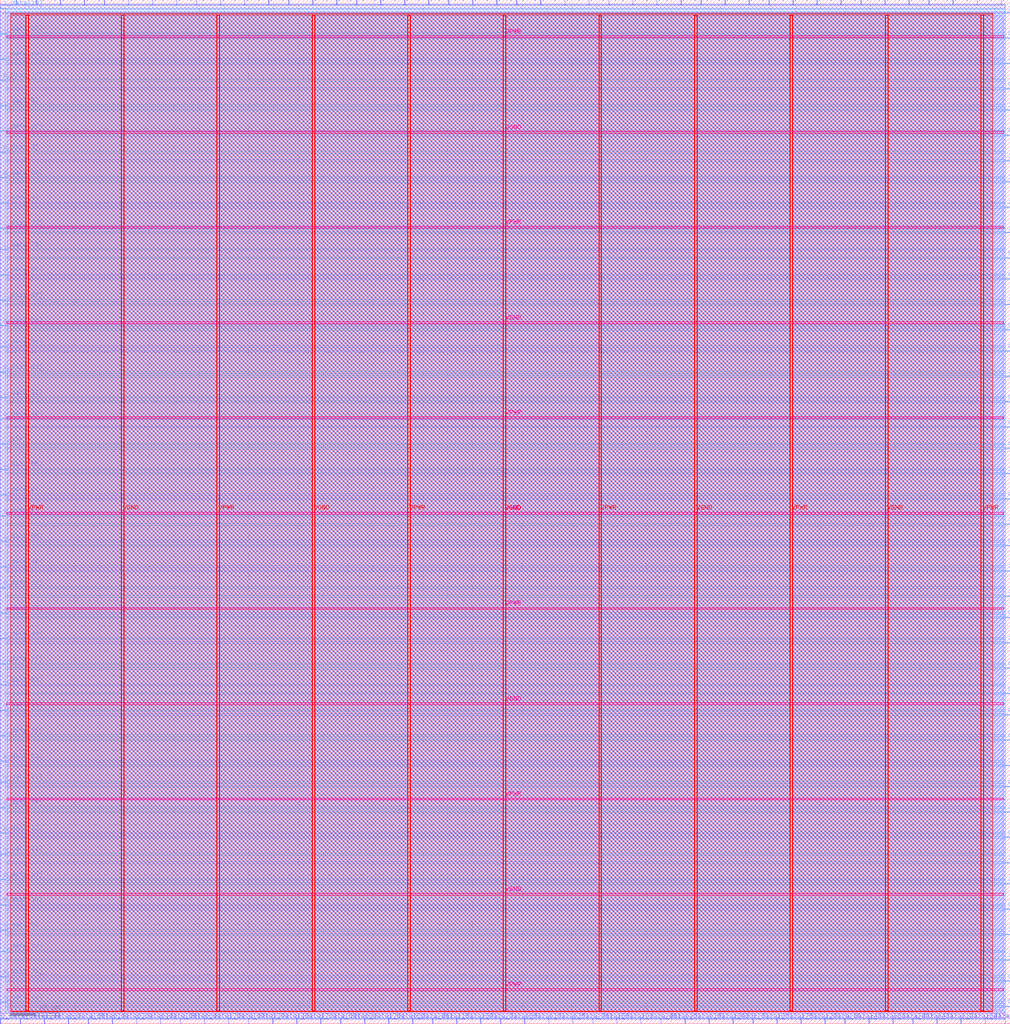
<source format=lef>
VERSION 5.7 ;
  NOWIREEXTENSIONATPIN ON ;
  DIVIDERCHAR "/" ;
  BUSBITCHARS "[]" ;
MACRO d_dffram_rst
  CLASS BLOCK ;
  FOREIGN d_dffram_rst ;
  ORIGIN 0.000 0.000 ;
  SIZE 812.505 BY 823.225 ;
  PIN VGND
    DIRECTION INOUT ;
    USE GROUND ;
    PORT
      LAYER met4 ;
        RECT 97.840 10.640 99.440 810.800 ;
    END
    PORT
      LAYER met4 ;
        RECT 251.440 10.640 253.040 810.800 ;
    END
    PORT
      LAYER met4 ;
        RECT 405.040 10.640 406.640 810.800 ;
    END
    PORT
      LAYER met4 ;
        RECT 558.640 10.640 560.240 810.800 ;
    END
    PORT
      LAYER met4 ;
        RECT 712.240 10.640 713.840 810.800 ;
    END
    PORT
      LAYER met5 ;
        RECT 5.280 103.320 807.080 104.920 ;
    END
    PORT
      LAYER met5 ;
        RECT 5.280 256.500 807.080 258.100 ;
    END
    PORT
      LAYER met5 ;
        RECT 5.280 409.680 807.080 411.280 ;
    END
    PORT
      LAYER met5 ;
        RECT 5.280 562.860 807.080 564.460 ;
    END
    PORT
      LAYER met5 ;
        RECT 5.280 716.040 807.080 717.640 ;
    END
  END VGND
  PIN VPWR
    DIRECTION INOUT ;
    USE POWER ;
    PORT
      LAYER met4 ;
        RECT 21.040 10.640 22.640 810.800 ;
    END
    PORT
      LAYER met4 ;
        RECT 174.640 10.640 176.240 810.800 ;
    END
    PORT
      LAYER met4 ;
        RECT 328.240 10.640 329.840 810.800 ;
    END
    PORT
      LAYER met4 ;
        RECT 481.840 10.640 483.440 810.800 ;
    END
    PORT
      LAYER met4 ;
        RECT 635.440 10.640 637.040 810.800 ;
    END
    PORT
      LAYER met4 ;
        RECT 789.040 10.640 790.640 810.800 ;
    END
    PORT
      LAYER met5 ;
        RECT 5.280 26.730 807.080 28.330 ;
    END
    PORT
      LAYER met5 ;
        RECT 5.280 179.910 807.080 181.510 ;
    END
    PORT
      LAYER met5 ;
        RECT 5.280 333.090 807.080 334.690 ;
    END
    PORT
      LAYER met5 ;
        RECT 5.280 486.270 807.080 487.870 ;
    END
    PORT
      LAYER met5 ;
        RECT 5.280 639.450 807.080 641.050 ;
    END
    PORT
      LAYER met5 ;
        RECT 5.280 792.630 807.080 794.230 ;
    END
  END VPWR
  PIN i_addr[0]
    DIRECTION INPUT ;
    USE SIGNAL ;
    PORT
      LAYER met2 ;
        RECT 785.770 819.225 786.050 823.225 ;
    END
  END i_addr[0]
  PIN i_addr[1]
    DIRECTION INPUT ;
    USE SIGNAL ;
    PORT
      LAYER met2 ;
        RECT 325.310 819.225 325.590 823.225 ;
    END
  END i_addr[1]
  PIN i_addr[2]
    DIRECTION INPUT ;
    USE SIGNAL ;
    PORT
      LAYER met3 ;
        RECT 808.505 112.240 812.505 112.840 ;
    END
  END i_addr[2]
  PIN i_addr[3]
    DIRECTION INPUT ;
    USE SIGNAL ;
    PORT
      LAYER met2 ;
        RECT 589.350 0.000 589.630 4.000 ;
    END
  END i_addr[3]
  PIN i_addr[4]
    DIRECTION INPUT ;
    USE SIGNAL ;
    PORT
      LAYER met3 ;
        RECT 0.000 659.640 4.000 660.240 ;
    END
  END i_addr[4]
  PIN i_addr[5]
    DIRECTION INPUT ;
    USE SIGNAL ;
    PORT
      LAYER met2 ;
        RECT 103.130 819.225 103.410 823.225 ;
    END
  END i_addr[5]
  PIN i_clk
    DIRECTION INPUT ;
    USE SIGNAL ;
    PORT
      LAYER met3 ;
        RECT 0.000 465.840 4.000 466.440 ;
    END
  END i_clk
  PIN i_data[0]
    DIRECTION INPUT ;
    USE SIGNAL ;
    PORT
      LAYER met2 ;
        RECT 495.970 0.000 496.250 4.000 ;
    END
  END i_data[0]
  PIN i_data[10]
    DIRECTION INPUT ;
    USE SIGNAL ;
    PORT
      LAYER met2 ;
        RECT 663.410 0.000 663.690 4.000 ;
    END
  END i_data[10]
  PIN i_data[11]
    DIRECTION INPUT ;
    USE SIGNAL ;
    PORT
      LAYER met2 ;
        RECT 70.930 0.000 71.210 4.000 ;
    END
  END i_data[11]
  PIN i_data[12]
    DIRECTION INPUT ;
    USE SIGNAL ;
    PORT
      LAYER met3 ;
        RECT 808.505 771.840 812.505 772.440 ;
    END
  END i_data[12]
  PIN i_data[13]
    DIRECTION INPUT ;
    USE SIGNAL ;
    PORT
      LAYER met2 ;
        RECT 528.170 819.225 528.450 823.225 ;
    END
  END i_data[13]
  PIN i_data[14]
    DIRECTION INPUT ;
    USE SIGNAL ;
    PORT
      LAYER met2 ;
        RECT 489.530 819.225 489.810 823.225 ;
    END
  END i_data[14]
  PIN i_data[15]
    DIRECTION INPUT ;
    USE SIGNAL ;
    PORT
      LAYER met2 ;
        RECT 347.850 0.000 348.130 4.000 ;
    END
  END i_data[15]
  PIN i_data[16]
    DIRECTION INPUT ;
    USE SIGNAL ;
    PORT
      LAYER met2 ;
        RECT 380.050 819.225 380.330 823.225 ;
    END
  END i_data[16]
  PIN i_data[17]
    DIRECTION INPUT ;
    USE SIGNAL ;
    PORT
      LAYER met2 ;
        RECT 183.630 0.000 183.910 4.000 ;
    END
  END i_data[17]
  PIN i_data[18]
    DIRECTION INPUT ;
    USE SIGNAL ;
    PORT
      LAYER met2 ;
        RECT 67.710 819.225 67.990 823.225 ;
    END
  END i_data[18]
  PIN i_data[19]
    DIRECTION INPUT ;
    USE SIGNAL ;
    PORT
      LAYER met3 ;
        RECT 0.000 816.040 4.000 816.640 ;
    END
  END i_data[19]
  PIN i_data[1]
    DIRECTION INPUT ;
    USE SIGNAL ;
    PORT
      LAYER met2 ;
        RECT 473.430 819.225 473.710 823.225 ;
    END
  END i_data[1]
  PIN i_data[20]
    DIRECTION INPUT ;
    USE SIGNAL ;
    PORT
      LAYER met3 ;
        RECT 808.505 129.240 812.505 129.840 ;
    END
  END i_data[20]
  PIN i_data[21]
    DIRECTION INPUT ;
    USE SIGNAL ;
    PORT
      LAYER met2 ;
        RECT 177.190 819.225 177.470 823.225 ;
    END
  END i_data[21]
  PIN i_data[22]
    DIRECTION INPUT ;
    USE SIGNAL ;
    PORT
      LAYER met2 ;
        RECT 360.730 819.225 361.010 823.225 ;
    END
  END i_data[22]
  PIN i_data[23]
    DIRECTION INPUT ;
    USE SIGNAL ;
    PORT
      LAYER met3 ;
        RECT 808.505 363.840 812.505 364.440 ;
    END
  END i_data[23]
  PIN i_data[24]
    DIRECTION INPUT ;
    USE SIGNAL ;
    PORT
      LAYER met2 ;
        RECT 196.510 819.225 196.790 823.225 ;
    END
  END i_data[24]
  PIN i_data[25]
    DIRECTION INPUT ;
    USE SIGNAL ;
    PORT
      LAYER met3 ;
        RECT 808.505 734.440 812.505 735.040 ;
    END
  END i_data[25]
  PIN i_data[26]
    DIRECTION INPUT ;
    USE SIGNAL ;
    PORT
      LAYER met3 ;
        RECT 808.505 71.440 812.505 72.040 ;
    END
  END i_data[26]
  PIN i_data[27]
    DIRECTION INPUT ;
    USE SIGNAL ;
    PORT
      LAYER met2 ;
        RECT 618.330 819.225 618.610 823.225 ;
    END
  END i_data[27]
  PIN i_data[28]
    DIRECTION INPUT ;
    USE SIGNAL ;
    PORT
      LAYER met3 ;
        RECT 808.505 51.040 812.505 51.640 ;
    END
  END i_data[28]
  PIN i_data[29]
    DIRECTION INPUT ;
    USE SIGNAL ;
    PORT
      LAYER met2 ;
        RECT 644.090 0.000 644.370 4.000 ;
    END
  END i_data[29]
  PIN i_data[2]
    DIRECTION INPUT ;
    USE SIGNAL ;
    PORT
      LAYER met3 ;
        RECT 0.000 425.040 4.000 425.640 ;
    END
  END i_data[2]
  PIN i_data[30]
    DIRECTION INPUT ;
    USE SIGNAL ;
    PORT
      LAYER met2 ;
        RECT 48.390 819.225 48.670 823.225 ;
    END
  END i_data[30]
  PIN i_data[31]
    DIRECTION INPUT ;
    USE SIGNAL ;
    PORT
      LAYER met3 ;
        RECT 0.000 503.240 4.000 503.840 ;
    END
  END i_data[31]
  PIN i_data[32]
    DIRECTION INPUT ;
    USE SIGNAL ;
    PORT
      LAYER met3 ;
        RECT 808.505 693.640 812.505 694.240 ;
    END
  END i_data[32]
  PIN i_data[33]
    DIRECTION INPUT ;
    USE SIGNAL ;
    PORT
      LAYER met2 ;
        RECT 257.690 0.000 257.970 4.000 ;
    END
  END i_data[33]
  PIN i_data[34]
    DIRECTION INPUT ;
    USE SIGNAL ;
    PORT
      LAYER met2 ;
        RECT 157.870 819.225 158.150 823.225 ;
    END
  END i_data[34]
  PIN i_data[35]
    DIRECTION INPUT ;
    USE SIGNAL ;
    PORT
      LAYER met3 ;
        RECT 0.000 289.040 4.000 289.640 ;
    END
  END i_data[35]
  PIN i_data[36]
    DIRECTION INPUT ;
    USE SIGNAL ;
    PORT
      LAYER met2 ;
        RECT 731.030 819.225 731.310 823.225 ;
    END
  END i_data[36]
  PIN i_data[37]
    DIRECTION INPUT ;
    USE SIGNAL ;
    PORT
      LAYER met2 ;
        RECT 29.070 819.225 29.350 823.225 ;
    END
  END i_data[37]
  PIN i_data[38]
    DIRECTION INPUT ;
    USE SIGNAL ;
    PORT
      LAYER met2 ;
        RECT 251.250 819.225 251.530 823.225 ;
    END
  END i_data[38]
  PIN i_data[39]
    DIRECTION INPUT ;
    USE SIGNAL ;
    PORT
      LAYER met3 ;
        RECT 808.505 656.240 812.505 656.840 ;
    END
  END i_data[39]
  PIN i_data[3]
    DIRECTION INPUT ;
    USE SIGNAL ;
    PORT
      LAYER met3 ;
        RECT 808.505 520.240 812.505 520.840 ;
    END
  END i_data[3]
  PIN i_data[40]
    DIRECTION INPUT ;
    USE SIGNAL ;
    PORT
      LAYER met3 ;
        RECT 808.505 343.440 812.505 344.040 ;
    END
  END i_data[40]
  PIN i_data[41]
    DIRECTION INPUT ;
    USE SIGNAL ;
    PORT
      LAYER met2 ;
        RECT 656.970 819.225 657.250 823.225 ;
    END
  END i_data[41]
  PIN i_data[42]
    DIRECTION INPUT ;
    USE SIGNAL ;
    PORT
      LAYER met3 ;
        RECT 0.000 367.240 4.000 367.840 ;
    END
  END i_data[42]
  PIN i_data[43]
    DIRECTION INPUT ;
    USE SIGNAL ;
    PORT
      LAYER met2 ;
        RECT 219.050 0.000 219.330 4.000 ;
    END
  END i_data[43]
  PIN i_data[44]
    DIRECTION INPUT ;
    USE SIGNAL ;
    PORT
      LAYER met2 ;
        RECT 808.310 0.000 808.590 4.000 ;
    END
  END i_data[44]
  PIN i_data[45]
    DIRECTION INPUT ;
    USE SIGNAL ;
    PORT
      LAYER met3 ;
        RECT 808.505 635.840 812.505 636.440 ;
    END
  END i_data[45]
  PIN i_data[46]
    DIRECTION INPUT ;
    USE SIGNAL ;
    PORT
      LAYER met2 ;
        RECT 515.290 0.000 515.570 4.000 ;
    END
  END i_data[46]
  PIN i_data[47]
    DIRECTION INPUT ;
    USE SIGNAL ;
    PORT
      LAYER met2 ;
        RECT 734.250 0.000 734.530 4.000 ;
    END
  END i_data[47]
  PIN i_data[48]
    DIRECTION INPUT ;
    USE SIGNAL ;
    PORT
      LAYER met3 ;
        RECT 808.505 442.040 812.505 442.640 ;
    END
  END i_data[48]
  PIN i_data[49]
    DIRECTION INPUT ;
    USE SIGNAL ;
    PORT
      LAYER met2 ;
        RECT 766.450 819.225 766.730 823.225 ;
    END
  END i_data[49]
  PIN i_data[4]
    DIRECTION INPUT ;
    USE SIGNAL ;
    PORT
      LAYER met2 ;
        RECT 344.630 819.225 344.910 823.225 ;
    END
  END i_data[4]
  PIN i_data[50]
    DIRECTION INPUT ;
    USE SIGNAL ;
    PORT
      LAYER met3 ;
        RECT 808.505 401.240 812.505 401.840 ;
    END
  END i_data[50]
  PIN i_data[51]
    DIRECTION INPUT ;
    USE SIGNAL ;
    PORT
      LAYER met2 ;
        RECT 747.130 819.225 747.410 823.225 ;
    END
  END i_data[51]
  PIN i_data[52]
    DIRECTION INPUT ;
    USE SIGNAL ;
    PORT
      LAYER met2 ;
        RECT 312.430 0.000 312.710 4.000 ;
    END
  END i_data[52]
  PIN i_data[53]
    DIRECTION INPUT ;
    USE SIGNAL ;
    PORT
      LAYER met3 ;
        RECT 808.505 170.040 812.505 170.640 ;
    END
  END i_data[53]
  PIN i_data[54]
    DIRECTION INPUT ;
    USE SIGNAL ;
    PORT
      LAYER met3 ;
        RECT 0.000 272.040 4.000 272.640 ;
    END
  END i_data[54]
  PIN i_data[55]
    DIRECTION INPUT ;
    USE SIGNAL ;
    PORT
      LAYER met3 ;
        RECT 0.000 387.640 4.000 388.240 ;
    END
  END i_data[55]
  PIN i_data[56]
    DIRECTION INPUT ;
    USE SIGNAL ;
    PORT
      LAYER met2 ;
        RECT 711.710 819.225 711.990 823.225 ;
    END
  END i_data[56]
  PIN i_data[57]
    DIRECTION INPUT ;
    USE SIGNAL ;
    PORT
      LAYER met3 ;
        RECT 808.505 812.640 812.505 813.240 ;
    END
  END i_data[57]
  PIN i_data[58]
    DIRECTION INPUT ;
    USE SIGNAL ;
    PORT
      LAYER met2 ;
        RECT 305.990 819.225 306.270 823.225 ;
    END
  END i_data[58]
  PIN i_data[59]
    DIRECTION INPUT ;
    USE SIGNAL ;
    PORT
      LAYER met2 ;
        RECT 367.170 0.000 367.450 4.000 ;
    END
  END i_data[59]
  PIN i_data[5]
    DIRECTION INPUT ;
    USE SIGNAL ;
    PORT
      LAYER met2 ;
        RECT 508.850 819.225 509.130 823.225 ;
    END
  END i_data[5]
  PIN i_data[60]
    DIRECTION INPUT ;
    USE SIGNAL ;
    PORT
      LAYER met2 ;
        RECT 83.810 819.225 84.090 823.225 ;
    END
  END i_data[60]
  PIN i_data[61]
    DIRECTION INPUT ;
    USE SIGNAL ;
    PORT
      LAYER met2 ;
        RECT 698.830 0.000 699.110 4.000 ;
    END
  END i_data[61]
  PIN i_data[62]
    DIRECTION INPUT ;
    USE SIGNAL ;
    PORT
      LAYER met3 ;
        RECT 0.000 795.640 4.000 796.240 ;
    END
  END i_data[62]
  PIN i_data[63]
    DIRECTION INPUT ;
    USE SIGNAL ;
    PORT
      LAYER met3 ;
        RECT 0.000 717.440 4.000 718.040 ;
    END
  END i_data[63]
  PIN i_data[64]
    DIRECTION INPUT ;
    USE SIGNAL ;
    PORT
      LAYER met3 ;
        RECT 0.000 581.440 4.000 582.040 ;
    END
  END i_data[64]
  PIN i_data[65]
    DIRECTION INPUT ;
    USE SIGNAL ;
    PORT
      LAYER met2 ;
        RECT 692.390 819.225 692.670 823.225 ;
    END
  END i_data[65]
  PIN i_data[66]
    DIRECTION INPUT ;
    USE SIGNAL ;
    PORT
      LAYER met3 ;
        RECT 0.000 445.440 4.000 446.040 ;
    END
  END i_data[66]
  PIN i_data[67]
    DIRECTION INPUT ;
    USE SIGNAL ;
    PORT
      LAYER met3 ;
        RECT 808.505 207.440 812.505 208.040 ;
    END
  END i_data[67]
  PIN i_data[68]
    DIRECTION INPUT ;
    USE SIGNAL ;
    PORT
      LAYER met3 ;
        RECT 808.505 306.040 812.505 306.640 ;
    END
  END i_data[68]
  PIN i_data[69]
    DIRECTION INPUT ;
    USE SIGNAL ;
    PORT
      LAYER met3 ;
        RECT 0.000 775.240 4.000 775.840 ;
    END
  END i_data[69]
  PIN i_data[6]
    DIRECTION INPUT ;
    USE SIGNAL ;
    PORT
      LAYER met2 ;
        RECT 35.510 0.000 35.790 4.000 ;
    END
  END i_data[6]
  PIN i_data[70]
    DIRECTION INPUT ;
    USE SIGNAL ;
    PORT
      LAYER met2 ;
        RECT 238.370 0.000 238.650 4.000 ;
    END
  END i_data[70]
  PIN i_data[71]
    DIRECTION INPUT ;
    USE SIGNAL ;
    PORT
      LAYER met2 ;
        RECT 792.210 0.000 792.490 4.000 ;
    END
  END i_data[71]
  PIN i_data[72]
    DIRECTION INPUT ;
    USE SIGNAL ;
    PORT
      LAYER met3 ;
        RECT 0.000 639.240 4.000 639.840 ;
    END
  END i_data[72]
  PIN i_data[73]
    DIRECTION INPUT ;
    USE SIGNAL ;
    PORT
      LAYER met3 ;
        RECT 0.000 231.240 4.000 231.840 ;
    END
  END i_data[73]
  PIN i_data[74]
    DIRECTION INPUT ;
    USE SIGNAL ;
    PORT
      LAYER met3 ;
        RECT 0.000 329.840 4.000 330.440 ;
    END
  END i_data[74]
  PIN i_data[75]
    DIRECTION INPUT ;
    USE SIGNAL ;
    PORT
      LAYER met2 ;
        RECT 624.770 0.000 625.050 4.000 ;
    END
  END i_data[75]
  PIN i_data[76]
    DIRECTION INPUT ;
    USE SIGNAL ;
    PORT
      LAYER met3 ;
        RECT 0.000 57.840 4.000 58.440 ;
    END
  END i_data[76]
  PIN i_data[77]
    DIRECTION INPUT ;
    USE SIGNAL ;
    PORT
      LAYER met2 ;
        RECT 231.930 819.225 232.210 823.225 ;
    END
  END i_data[77]
  PIN i_data[78]
    DIRECTION INPUT ;
    USE SIGNAL ;
    PORT
      LAYER met2 ;
        RECT 286.670 819.225 286.950 823.225 ;
    END
  END i_data[78]
  PIN i_data[79]
    DIRECTION INPUT ;
    USE SIGNAL ;
    PORT
      LAYER met3 ;
        RECT 0.000 622.240 4.000 622.840 ;
    END
  END i_data[79]
  PIN i_data[7]
    DIRECTION INPUT ;
    USE SIGNAL ;
    PORT
      LAYER met2 ;
        RECT 386.490 0.000 386.770 4.000 ;
    END
  END i_data[7]
  PIN i_data[80]
    DIRECTION INPUT ;
    USE SIGNAL ;
    PORT
      LAYER met2 ;
        RECT 605.450 0.000 605.730 4.000 ;
    END
  END i_data[80]
  PIN i_data[81]
    DIRECTION INPUT ;
    USE SIGNAL ;
    PORT
      LAYER met3 ;
        RECT 808.505 676.640 812.505 677.240 ;
    END
  END i_data[81]
  PIN i_data[8]
    DIRECTION INPUT ;
    USE SIGNAL ;
    PORT
      LAYER met2 ;
        RECT 273.790 0.000 274.070 4.000 ;
    END
  END i_data[8]
  PIN i_data[9]
    DIRECTION INPUT ;
    USE SIGNAL ;
    PORT
      LAYER met3 ;
        RECT 0.000 737.840 4.000 738.440 ;
    END
  END i_data[9]
  PIN i_rst
    DIRECTION INPUT ;
    USE SIGNAL ;
    PORT
      LAYER met3 ;
        RECT 808.505 578.040 812.505 578.640 ;
    END
  END i_rst
  PIN i_we
    DIRECTION INPUT ;
    USE SIGNAL ;
    PORT
      LAYER met2 ;
        RECT 215.830 819.225 216.110 823.225 ;
    END
  END i_we
  PIN o_data[0]
    DIRECTION OUTPUT TRISTATE ;
    USE SIGNAL ;
    PORT
      LAYER met3 ;
        RECT 808.505 227.840 812.505 228.440 ;
    END
  END o_data[0]
  PIN o_data[10]
    DIRECTION OUTPUT TRISTATE ;
    USE SIGNAL ;
    PORT
      LAYER met3 ;
        RECT 0.000 95.240 4.000 95.840 ;
    END
  END o_data[10]
  PIN o_data[11]
    DIRECTION OUTPUT TRISTATE ;
    USE SIGNAL ;
    PORT
      LAYER met3 ;
        RECT 0.000 17.040 4.000 17.640 ;
    END
  END o_data[11]
  PIN o_data[12]
    DIRECTION OUTPUT TRISTATE ;
    USE SIGNAL ;
    PORT
      LAYER met2 ;
        RECT 753.570 0.000 753.850 4.000 ;
    END
  END o_data[12]
  PIN o_data[13]
    DIRECTION OUTPUT TRISTATE ;
    USE SIGNAL ;
    PORT
      LAYER met2 ;
        RECT 421.910 0.000 422.190 4.000 ;
    END
  END o_data[13]
  PIN o_data[14]
    DIRECTION OUTPUT TRISTATE ;
    USE SIGNAL ;
    PORT
      LAYER met3 ;
        RECT 808.505 421.640 812.505 422.240 ;
    END
  END o_data[14]
  PIN o_data[15]
    DIRECTION OUTPUT TRISTATE ;
    USE SIGNAL ;
    PORT
      LAYER met3 ;
        RECT 0.000 350.240 4.000 350.840 ;
    END
  END o_data[15]
  PIN o_data[16]
    DIRECTION OUTPUT TRISTATE ;
    USE SIGNAL ;
    PORT
      LAYER met3 ;
        RECT 0.000 251.640 4.000 252.240 ;
    END
  END o_data[16]
  PIN o_data[17]
    DIRECTION OUTPUT TRISTATE ;
    USE SIGNAL ;
    PORT
      LAYER met2 ;
        RECT 434.790 819.225 435.070 823.225 ;
    END
  END o_data[17]
  PIN o_data[18]
    DIRECTION OUTPUT TRISTATE ;
    USE SIGNAL ;
    PORT
      LAYER met2 ;
        RECT 550.710 0.000 550.990 4.000 ;
    END
  END o_data[18]
  PIN o_data[19]
    DIRECTION OUTPUT TRISTATE ;
    USE SIGNAL ;
    PORT
      LAYER met3 ;
        RECT 0.000 758.240 4.000 758.840 ;
    END
  END o_data[19]
  PIN o_data[1]
    DIRECTION OUTPUT TRISTATE ;
    USE SIGNAL ;
    PORT
      LAYER met3 ;
        RECT 808.505 751.440 812.505 752.040 ;
    END
  END o_data[1]
  PIN o_data[20]
    DIRECTION OUTPUT TRISTATE ;
    USE SIGNAL ;
    PORT
      LAYER met3 ;
        RECT 808.505 265.240 812.505 265.840 ;
    END
  END o_data[20]
  PIN o_data[21]
    DIRECTION OUTPUT TRISTATE ;
    USE SIGNAL ;
    PORT
      LAYER met2 ;
        RECT 454.110 819.225 454.390 823.225 ;
    END
  END o_data[21]
  PIN o_data[22]
    DIRECTION OUTPUT TRISTATE ;
    USE SIGNAL ;
    PORT
      LAYER met3 ;
        RECT 0.000 153.040 4.000 153.640 ;
    END
  END o_data[22]
  PIN o_data[23]
    DIRECTION OUTPUT TRISTATE ;
    USE SIGNAL ;
    PORT
      LAYER met2 ;
        RECT 547.490 819.225 547.770 823.225 ;
    END
  END o_data[23]
  PIN o_data[24]
    DIRECTION OUTPUT TRISTATE ;
    USE SIGNAL ;
    PORT
      LAYER met2 ;
        RECT 16.190 0.000 16.470 4.000 ;
    END
  END o_data[24]
  PIN o_data[25]
    DIRECTION OUTPUT TRISTATE ;
    USE SIGNAL ;
    PORT
      LAYER met2 ;
        RECT 128.890 0.000 129.170 4.000 ;
    END
  END o_data[25]
  PIN o_data[26]
    DIRECTION OUTPUT TRISTATE ;
    USE SIGNAL ;
    PORT
      LAYER met3 ;
        RECT 808.505 91.840 812.505 92.440 ;
    END
  END o_data[26]
  PIN o_data[27]
    DIRECTION OUTPUT TRISTATE ;
    USE SIGNAL ;
    PORT
      LAYER met3 ;
        RECT 0.000 115.640 4.000 116.240 ;
    END
  END o_data[27]
  PIN o_data[28]
    DIRECTION OUTPUT TRISTATE ;
    USE SIGNAL ;
    PORT
      LAYER met3 ;
        RECT 808.505 615.440 812.505 616.040 ;
    END
  END o_data[28]
  PIN o_data[29]
    DIRECTION OUTPUT TRISTATE ;
    USE SIGNAL ;
    PORT
      LAYER met3 ;
        RECT 808.505 462.440 812.505 463.040 ;
    END
  END o_data[29]
  PIN o_data[2]
    DIRECTION OUTPUT TRISTATE ;
    USE SIGNAL ;
    PORT
      LAYER met2 ;
        RECT 602.230 819.225 602.510 823.225 ;
    END
  END o_data[2]
  PIN o_data[30]
    DIRECTION OUTPUT TRISTATE ;
    USE SIGNAL ;
    PORT
      LAYER met2 ;
        RECT 90.250 0.000 90.530 4.000 ;
    END
  END o_data[30]
  PIN o_data[31]
    DIRECTION OUTPUT TRISTATE ;
    USE SIGNAL ;
    PORT
      LAYER met3 ;
        RECT 808.505 190.440 812.505 191.040 ;
    END
  END o_data[31]
  PIN o_data[32]
    DIRECTION OUTPUT TRISTATE ;
    USE SIGNAL ;
    PORT
      LAYER met3 ;
        RECT 808.505 479.440 812.505 480.040 ;
    END
  END o_data[32]
  PIN o_data[33]
    DIRECTION OUTPUT TRISTATE ;
    USE SIGNAL ;
    PORT
      LAYER met2 ;
        RECT 270.570 819.225 270.850 823.225 ;
    END
  END o_data[33]
  PIN o_data[34]
    DIRECTION OUTPUT TRISTATE ;
    USE SIGNAL ;
    PORT
      LAYER met3 ;
        RECT 808.505 326.440 812.505 327.040 ;
    END
  END o_data[34]
  PIN o_data[35]
    DIRECTION OUTPUT TRISTATE ;
    USE SIGNAL ;
    PORT
      LAYER met3 ;
        RECT 808.505 13.640 812.505 14.240 ;
    END
  END o_data[35]
  PIN o_data[36]
    DIRECTION OUTPUT TRISTATE ;
    USE SIGNAL ;
    PORT
      LAYER met2 ;
        RECT 441.230 0.000 441.510 4.000 ;
    END
  END o_data[36]
  PIN o_data[37]
    DIRECTION OUTPUT TRISTATE ;
    USE SIGNAL ;
    PORT
      LAYER met3 ;
        RECT 808.505 598.440 812.505 599.040 ;
    END
  END o_data[37]
  PIN o_data[38]
    DIRECTION OUTPUT TRISTATE ;
    USE SIGNAL ;
    PORT
      LAYER met2 ;
        RECT 637.650 819.225 637.930 823.225 ;
    END
  END o_data[38]
  PIN o_data[39]
    DIRECTION OUTPUT TRISTATE ;
    USE SIGNAL ;
    PORT
      LAYER met2 ;
        RECT 199.730 0.000 200.010 4.000 ;
    END
  END o_data[39]
  PIN o_data[3]
    DIRECTION OUTPUT TRISTATE ;
    USE SIGNAL ;
    PORT
      LAYER met3 ;
        RECT 808.505 248.240 812.505 248.840 ;
    END
  END o_data[3]
  PIN o_data[40]
    DIRECTION OUTPUT TRISTATE ;
    USE SIGNAL ;
    PORT
      LAYER met2 ;
        RECT 531.390 0.000 531.670 4.000 ;
    END
  END o_data[40]
  PIN o_data[41]
    DIRECTION OUTPUT TRISTATE ;
    USE SIGNAL ;
    PORT
      LAYER met3 ;
        RECT 808.505 34.040 812.505 34.640 ;
    END
  END o_data[41]
  PIN o_data[42]
    DIRECTION OUTPUT TRISTATE ;
    USE SIGNAL ;
    PORT
      LAYER met3 ;
        RECT 0.000 486.240 4.000 486.840 ;
    END
  END o_data[42]
  PIN o_data[43]
    DIRECTION OUTPUT TRISTATE ;
    USE SIGNAL ;
    PORT
      LAYER met2 ;
        RECT 679.510 0.000 679.790 4.000 ;
    END
  END o_data[43]
  PIN o_data[44]
    DIRECTION OUTPUT TRISTATE ;
    USE SIGNAL ;
    PORT
      LAYER met2 ;
        RECT 109.570 0.000 109.850 4.000 ;
    END
  END o_data[44]
  PIN o_data[45]
    DIRECTION OUTPUT TRISTATE ;
    USE SIGNAL ;
    PORT
      LAYER met2 ;
        RECT 331.750 0.000 332.030 4.000 ;
    END
  END o_data[45]
  PIN o_data[46]
    DIRECTION OUTPUT TRISTATE ;
    USE SIGNAL ;
    PORT
      LAYER met3 ;
        RECT 0.000 309.440 4.000 310.040 ;
    END
  END o_data[46]
  PIN o_data[47]
    DIRECTION OUTPUT TRISTATE ;
    USE SIGNAL ;
    PORT
      LAYER met3 ;
        RECT 808.505 714.040 812.505 714.640 ;
    END
  END o_data[47]
  PIN o_data[48]
    DIRECTION OUTPUT TRISTATE ;
    USE SIGNAL ;
    PORT
      LAYER met3 ;
        RECT 808.505 499.840 812.505 500.440 ;
    END
  END o_data[48]
  PIN o_data[49]
    DIRECTION OUTPUT TRISTATE ;
    USE SIGNAL ;
    PORT
      LAYER met2 ;
        RECT 718.150 0.000 718.430 4.000 ;
    END
  END o_data[49]
  PIN o_data[4]
    DIRECTION OUTPUT TRISTATE ;
    USE SIGNAL ;
    PORT
      LAYER met3 ;
        RECT 0.000 408.040 4.000 408.640 ;
    END
  END o_data[4]
  PIN o_data[50]
    DIRECTION OUTPUT TRISTATE ;
    USE SIGNAL ;
    PORT
      LAYER met3 ;
        RECT 808.505 285.640 812.505 286.240 ;
    END
  END o_data[50]
  PIN o_data[51]
    DIRECTION OUTPUT TRISTATE ;
    USE SIGNAL ;
    PORT
      LAYER met3 ;
        RECT 0.000 544.040 4.000 544.640 ;
    END
  END o_data[51]
  PIN o_data[52]
    DIRECTION OUTPUT TRISTATE ;
    USE SIGNAL ;
    PORT
      LAYER met3 ;
        RECT 808.505 540.640 812.505 541.240 ;
    END
  END o_data[52]
  PIN o_data[53]
    DIRECTION OUTPUT TRISTATE ;
    USE SIGNAL ;
    PORT
      LAYER met3 ;
        RECT 808.505 792.240 812.505 792.840 ;
    END
  END o_data[53]
  PIN o_data[54]
    DIRECTION OUTPUT TRISTATE ;
    USE SIGNAL ;
    PORT
      LAYER met2 ;
        RECT 772.890 0.000 773.170 4.000 ;
    END
  END o_data[54]
  PIN o_data[55]
    DIRECTION OUTPUT TRISTATE ;
    USE SIGNAL ;
    PORT
      LAYER met2 ;
        RECT 805.090 819.225 805.370 823.225 ;
    END
  END o_data[55]
  PIN o_data[56]
    DIRECTION OUTPUT TRISTATE ;
    USE SIGNAL ;
    PORT
      LAYER met3 ;
        RECT 0.000 561.040 4.000 561.640 ;
    END
  END o_data[56]
  PIN o_data[57]
    DIRECTION OUTPUT TRISTATE ;
    USE SIGNAL ;
    PORT
      LAYER met3 ;
        RECT 0.000 601.840 4.000 602.440 ;
    END
  END o_data[57]
  PIN o_data[58]
    DIRECTION OUTPUT TRISTATE ;
    USE SIGNAL ;
    PORT
      LAYER met2 ;
        RECT 476.650 0.000 476.930 4.000 ;
    END
  END o_data[58]
  PIN o_data[59]
    DIRECTION OUTPUT TRISTATE ;
    USE SIGNAL ;
    PORT
      LAYER met2 ;
        RECT 0.090 0.000 0.370 4.000 ;
    END
  END o_data[59]
  PIN o_data[5]
    DIRECTION OUTPUT TRISTATE ;
    USE SIGNAL ;
    PORT
      LAYER met3 ;
        RECT 0.000 74.840 4.000 75.440 ;
    END
  END o_data[5]
  PIN o_data[60]
    DIRECTION OUTPUT TRISTATE ;
    USE SIGNAL ;
    PORT
      LAYER met3 ;
        RECT 0.000 680.040 4.000 680.640 ;
    END
  END o_data[60]
  PIN o_data[61]
    DIRECTION OUTPUT TRISTATE ;
    USE SIGNAL ;
    PORT
      LAYER met2 ;
        RECT 122.450 819.225 122.730 823.225 ;
    END
  END o_data[61]
  PIN o_data[62]
    DIRECTION OUTPUT TRISTATE ;
    USE SIGNAL ;
    PORT
      LAYER met2 ;
        RECT 415.470 819.225 415.750 823.225 ;
    END
  END o_data[62]
  PIN o_data[63]
    DIRECTION OUTPUT TRISTATE ;
    USE SIGNAL ;
    PORT
      LAYER met3 ;
        RECT 0.000 523.640 4.000 524.240 ;
    END
  END o_data[63]
  PIN o_data[64]
    DIRECTION OUTPUT TRISTATE ;
    USE SIGNAL ;
    PORT
      LAYER met2 ;
        RECT 144.990 0.000 145.270 4.000 ;
    END
  END o_data[64]
  PIN o_data[65]
    DIRECTION OUTPUT TRISTATE ;
    USE SIGNAL ;
    PORT
      LAYER met2 ;
        RECT 54.830 0.000 55.110 4.000 ;
    END
  END o_data[65]
  PIN o_data[66]
    DIRECTION OUTPUT TRISTATE ;
    USE SIGNAL ;
    PORT
      LAYER met2 ;
        RECT 563.590 819.225 563.870 823.225 ;
    END
  END o_data[66]
  PIN o_data[67]
    DIRECTION OUTPUT TRISTATE ;
    USE SIGNAL ;
    PORT
      LAYER met2 ;
        RECT 399.370 819.225 399.650 823.225 ;
    END
  END o_data[67]
  PIN o_data[68]
    DIRECTION OUTPUT TRISTATE ;
    USE SIGNAL ;
    PORT
      LAYER met2 ;
        RECT 402.590 0.000 402.870 4.000 ;
    END
  END o_data[68]
  PIN o_data[69]
    DIRECTION OUTPUT TRISTATE ;
    USE SIGNAL ;
    PORT
      LAYER met2 ;
        RECT 676.290 819.225 676.570 823.225 ;
    END
  END o_data[69]
  PIN o_data[6]
    DIRECTION OUTPUT TRISTATE ;
    USE SIGNAL ;
    PORT
      LAYER met3 ;
        RECT 808.505 149.640 812.505 150.240 ;
    END
  END o_data[6]
  PIN o_data[70]
    DIRECTION OUTPUT TRISTATE ;
    USE SIGNAL ;
    PORT
      LAYER met3 ;
        RECT 0.000 37.440 4.000 38.040 ;
    END
  END o_data[70]
  PIN o_data[71]
    DIRECTION OUTPUT TRISTATE ;
    USE SIGNAL ;
    PORT
      LAYER met3 ;
        RECT 0.000 193.840 4.000 194.440 ;
    END
  END o_data[71]
  PIN o_data[72]
    DIRECTION OUTPUT TRISTATE ;
    USE SIGNAL ;
    PORT
      LAYER met2 ;
        RECT 164.310 0.000 164.590 4.000 ;
    END
  END o_data[72]
  PIN o_data[73]
    DIRECTION OUTPUT TRISTATE ;
    USE SIGNAL ;
    PORT
      LAYER met2 ;
        RECT 293.110 0.000 293.390 4.000 ;
    END
  END o_data[73]
  PIN o_data[74]
    DIRECTION OUTPUT TRISTATE ;
    USE SIGNAL ;
    PORT
      LAYER met3 ;
        RECT 0.000 173.440 4.000 174.040 ;
    END
  END o_data[74]
  PIN o_data[75]
    DIRECTION OUTPUT TRISTATE ;
    USE SIGNAL ;
    PORT
      LAYER met3 ;
        RECT 808.505 557.640 812.505 558.240 ;
    END
  END o_data[75]
  PIN o_data[76]
    DIRECTION OUTPUT TRISTATE ;
    USE SIGNAL ;
    PORT
      LAYER met2 ;
        RECT 460.550 0.000 460.830 4.000 ;
    END
  END o_data[76]
  PIN o_data[77]
    DIRECTION OUTPUT TRISTATE ;
    USE SIGNAL ;
    PORT
      LAYER met3 ;
        RECT 0.000 136.040 4.000 136.640 ;
    END
  END o_data[77]
  PIN o_data[78]
    DIRECTION OUTPUT TRISTATE ;
    USE SIGNAL ;
    PORT
      LAYER met2 ;
        RECT 582.910 819.225 583.190 823.225 ;
    END
  END o_data[78]
  PIN o_data[79]
    DIRECTION OUTPUT TRISTATE ;
    USE SIGNAL ;
    PORT
      LAYER met2 ;
        RECT 12.970 819.225 13.250 823.225 ;
    END
  END o_data[79]
  PIN o_data[7]
    DIRECTION OUTPUT TRISTATE ;
    USE SIGNAL ;
    PORT
      LAYER met2 ;
        RECT 141.770 819.225 142.050 823.225 ;
    END
  END o_data[7]
  PIN o_data[80]
    DIRECTION OUTPUT TRISTATE ;
    USE SIGNAL ;
    PORT
      LAYER met2 ;
        RECT 570.030 0.000 570.310 4.000 ;
    END
  END o_data[80]
  PIN o_data[81]
    DIRECTION OUTPUT TRISTATE ;
    USE SIGNAL ;
    PORT
      LAYER met3 ;
        RECT 0.000 210.840 4.000 211.440 ;
    END
  END o_data[81]
  PIN o_data[8]
    DIRECTION OUTPUT TRISTATE ;
    USE SIGNAL ;
    PORT
      LAYER met3 ;
        RECT 0.000 700.440 4.000 701.040 ;
    END
  END o_data[8]
  PIN o_data[9]
    DIRECTION OUTPUT TRISTATE ;
    USE SIGNAL ;
    PORT
      LAYER met3 ;
        RECT 808.505 384.240 812.505 384.840 ;
    END
  END o_data[9]
  OBS
      LAYER li1 ;
        RECT 5.520 10.795 806.840 810.645 ;
      LAYER met1 ;
        RECT 0.070 8.540 808.610 812.900 ;
      LAYER met2 ;
        RECT 0.100 818.945 12.690 819.810 ;
        RECT 13.530 818.945 28.790 819.810 ;
        RECT 29.630 818.945 48.110 819.810 ;
        RECT 48.950 818.945 67.430 819.810 ;
        RECT 68.270 818.945 83.530 819.810 ;
        RECT 84.370 818.945 102.850 819.810 ;
        RECT 103.690 818.945 122.170 819.810 ;
        RECT 123.010 818.945 141.490 819.810 ;
        RECT 142.330 818.945 157.590 819.810 ;
        RECT 158.430 818.945 176.910 819.810 ;
        RECT 177.750 818.945 196.230 819.810 ;
        RECT 197.070 818.945 215.550 819.810 ;
        RECT 216.390 818.945 231.650 819.810 ;
        RECT 232.490 818.945 250.970 819.810 ;
        RECT 251.810 818.945 270.290 819.810 ;
        RECT 271.130 818.945 286.390 819.810 ;
        RECT 287.230 818.945 305.710 819.810 ;
        RECT 306.550 818.945 325.030 819.810 ;
        RECT 325.870 818.945 344.350 819.810 ;
        RECT 345.190 818.945 360.450 819.810 ;
        RECT 361.290 818.945 379.770 819.810 ;
        RECT 380.610 818.945 399.090 819.810 ;
        RECT 399.930 818.945 415.190 819.810 ;
        RECT 416.030 818.945 434.510 819.810 ;
        RECT 435.350 818.945 453.830 819.810 ;
        RECT 454.670 818.945 473.150 819.810 ;
        RECT 473.990 818.945 489.250 819.810 ;
        RECT 490.090 818.945 508.570 819.810 ;
        RECT 509.410 818.945 527.890 819.810 ;
        RECT 528.730 818.945 547.210 819.810 ;
        RECT 548.050 818.945 563.310 819.810 ;
        RECT 564.150 818.945 582.630 819.810 ;
        RECT 583.470 818.945 601.950 819.810 ;
        RECT 602.790 818.945 618.050 819.810 ;
        RECT 618.890 818.945 637.370 819.810 ;
        RECT 638.210 818.945 656.690 819.810 ;
        RECT 657.530 818.945 676.010 819.810 ;
        RECT 676.850 818.945 692.110 819.810 ;
        RECT 692.950 818.945 711.430 819.810 ;
        RECT 712.270 818.945 730.750 819.810 ;
        RECT 731.590 818.945 746.850 819.810 ;
        RECT 747.690 818.945 766.170 819.810 ;
        RECT 767.010 818.945 785.490 819.810 ;
        RECT 786.330 818.945 804.810 819.810 ;
        RECT 805.650 818.945 808.580 819.810 ;
        RECT 0.100 4.280 808.580 818.945 ;
        RECT 0.650 3.670 15.910 4.280 ;
        RECT 16.750 3.670 35.230 4.280 ;
        RECT 36.070 3.670 54.550 4.280 ;
        RECT 55.390 3.670 70.650 4.280 ;
        RECT 71.490 3.670 89.970 4.280 ;
        RECT 90.810 3.670 109.290 4.280 ;
        RECT 110.130 3.670 128.610 4.280 ;
        RECT 129.450 3.670 144.710 4.280 ;
        RECT 145.550 3.670 164.030 4.280 ;
        RECT 164.870 3.670 183.350 4.280 ;
        RECT 184.190 3.670 199.450 4.280 ;
        RECT 200.290 3.670 218.770 4.280 ;
        RECT 219.610 3.670 238.090 4.280 ;
        RECT 238.930 3.670 257.410 4.280 ;
        RECT 258.250 3.670 273.510 4.280 ;
        RECT 274.350 3.670 292.830 4.280 ;
        RECT 293.670 3.670 312.150 4.280 ;
        RECT 312.990 3.670 331.470 4.280 ;
        RECT 332.310 3.670 347.570 4.280 ;
        RECT 348.410 3.670 366.890 4.280 ;
        RECT 367.730 3.670 386.210 4.280 ;
        RECT 387.050 3.670 402.310 4.280 ;
        RECT 403.150 3.670 421.630 4.280 ;
        RECT 422.470 3.670 440.950 4.280 ;
        RECT 441.790 3.670 460.270 4.280 ;
        RECT 461.110 3.670 476.370 4.280 ;
        RECT 477.210 3.670 495.690 4.280 ;
        RECT 496.530 3.670 515.010 4.280 ;
        RECT 515.850 3.670 531.110 4.280 ;
        RECT 531.950 3.670 550.430 4.280 ;
        RECT 551.270 3.670 569.750 4.280 ;
        RECT 570.590 3.670 589.070 4.280 ;
        RECT 589.910 3.670 605.170 4.280 ;
        RECT 606.010 3.670 624.490 4.280 ;
        RECT 625.330 3.670 643.810 4.280 ;
        RECT 644.650 3.670 663.130 4.280 ;
        RECT 663.970 3.670 679.230 4.280 ;
        RECT 680.070 3.670 698.550 4.280 ;
        RECT 699.390 3.670 717.870 4.280 ;
        RECT 718.710 3.670 733.970 4.280 ;
        RECT 734.810 3.670 753.290 4.280 ;
        RECT 754.130 3.670 772.610 4.280 ;
        RECT 773.450 3.670 791.930 4.280 ;
        RECT 792.770 3.670 808.030 4.280 ;
      LAYER met3 ;
        RECT 4.400 815.640 808.505 816.505 ;
        RECT 4.000 813.640 808.505 815.640 ;
        RECT 4.000 812.240 808.105 813.640 ;
        RECT 4.000 796.640 808.505 812.240 ;
        RECT 4.400 795.240 808.505 796.640 ;
        RECT 4.000 793.240 808.505 795.240 ;
        RECT 4.000 791.840 808.105 793.240 ;
        RECT 4.000 776.240 808.505 791.840 ;
        RECT 4.400 774.840 808.505 776.240 ;
        RECT 4.000 772.840 808.505 774.840 ;
        RECT 4.000 771.440 808.105 772.840 ;
        RECT 4.000 759.240 808.505 771.440 ;
        RECT 4.400 757.840 808.505 759.240 ;
        RECT 4.000 752.440 808.505 757.840 ;
        RECT 4.000 751.040 808.105 752.440 ;
        RECT 4.000 738.840 808.505 751.040 ;
        RECT 4.400 737.440 808.505 738.840 ;
        RECT 4.000 735.440 808.505 737.440 ;
        RECT 4.000 734.040 808.105 735.440 ;
        RECT 4.000 718.440 808.505 734.040 ;
        RECT 4.400 717.040 808.505 718.440 ;
        RECT 4.000 715.040 808.505 717.040 ;
        RECT 4.000 713.640 808.105 715.040 ;
        RECT 4.000 701.440 808.505 713.640 ;
        RECT 4.400 700.040 808.505 701.440 ;
        RECT 4.000 694.640 808.505 700.040 ;
        RECT 4.000 693.240 808.105 694.640 ;
        RECT 4.000 681.040 808.505 693.240 ;
        RECT 4.400 679.640 808.505 681.040 ;
        RECT 4.000 677.640 808.505 679.640 ;
        RECT 4.000 676.240 808.105 677.640 ;
        RECT 4.000 660.640 808.505 676.240 ;
        RECT 4.400 659.240 808.505 660.640 ;
        RECT 4.000 657.240 808.505 659.240 ;
        RECT 4.000 655.840 808.105 657.240 ;
        RECT 4.000 640.240 808.505 655.840 ;
        RECT 4.400 638.840 808.505 640.240 ;
        RECT 4.000 636.840 808.505 638.840 ;
        RECT 4.000 635.440 808.105 636.840 ;
        RECT 4.000 623.240 808.505 635.440 ;
        RECT 4.400 621.840 808.505 623.240 ;
        RECT 4.000 616.440 808.505 621.840 ;
        RECT 4.000 615.040 808.105 616.440 ;
        RECT 4.000 602.840 808.505 615.040 ;
        RECT 4.400 601.440 808.505 602.840 ;
        RECT 4.000 599.440 808.505 601.440 ;
        RECT 4.000 598.040 808.105 599.440 ;
        RECT 4.000 582.440 808.505 598.040 ;
        RECT 4.400 581.040 808.505 582.440 ;
        RECT 4.000 579.040 808.505 581.040 ;
        RECT 4.000 577.640 808.105 579.040 ;
        RECT 4.000 562.040 808.505 577.640 ;
        RECT 4.400 560.640 808.505 562.040 ;
        RECT 4.000 558.640 808.505 560.640 ;
        RECT 4.000 557.240 808.105 558.640 ;
        RECT 4.000 545.040 808.505 557.240 ;
        RECT 4.400 543.640 808.505 545.040 ;
        RECT 4.000 541.640 808.505 543.640 ;
        RECT 4.000 540.240 808.105 541.640 ;
        RECT 4.000 524.640 808.505 540.240 ;
        RECT 4.400 523.240 808.505 524.640 ;
        RECT 4.000 521.240 808.505 523.240 ;
        RECT 4.000 519.840 808.105 521.240 ;
        RECT 4.000 504.240 808.505 519.840 ;
        RECT 4.400 502.840 808.505 504.240 ;
        RECT 4.000 500.840 808.505 502.840 ;
        RECT 4.000 499.440 808.105 500.840 ;
        RECT 4.000 487.240 808.505 499.440 ;
        RECT 4.400 485.840 808.505 487.240 ;
        RECT 4.000 480.440 808.505 485.840 ;
        RECT 4.000 479.040 808.105 480.440 ;
        RECT 4.000 466.840 808.505 479.040 ;
        RECT 4.400 465.440 808.505 466.840 ;
        RECT 4.000 463.440 808.505 465.440 ;
        RECT 4.000 462.040 808.105 463.440 ;
        RECT 4.000 446.440 808.505 462.040 ;
        RECT 4.400 445.040 808.505 446.440 ;
        RECT 4.000 443.040 808.505 445.040 ;
        RECT 4.000 441.640 808.105 443.040 ;
        RECT 4.000 426.040 808.505 441.640 ;
        RECT 4.400 424.640 808.505 426.040 ;
        RECT 4.000 422.640 808.505 424.640 ;
        RECT 4.000 421.240 808.105 422.640 ;
        RECT 4.000 409.040 808.505 421.240 ;
        RECT 4.400 407.640 808.505 409.040 ;
        RECT 4.000 402.240 808.505 407.640 ;
        RECT 4.000 400.840 808.105 402.240 ;
        RECT 4.000 388.640 808.505 400.840 ;
        RECT 4.400 387.240 808.505 388.640 ;
        RECT 4.000 385.240 808.505 387.240 ;
        RECT 4.000 383.840 808.105 385.240 ;
        RECT 4.000 368.240 808.505 383.840 ;
        RECT 4.400 366.840 808.505 368.240 ;
        RECT 4.000 364.840 808.505 366.840 ;
        RECT 4.000 363.440 808.105 364.840 ;
        RECT 4.000 351.240 808.505 363.440 ;
        RECT 4.400 349.840 808.505 351.240 ;
        RECT 4.000 344.440 808.505 349.840 ;
        RECT 4.000 343.040 808.105 344.440 ;
        RECT 4.000 330.840 808.505 343.040 ;
        RECT 4.400 329.440 808.505 330.840 ;
        RECT 4.000 327.440 808.505 329.440 ;
        RECT 4.000 326.040 808.105 327.440 ;
        RECT 4.000 310.440 808.505 326.040 ;
        RECT 4.400 309.040 808.505 310.440 ;
        RECT 4.000 307.040 808.505 309.040 ;
        RECT 4.000 305.640 808.105 307.040 ;
        RECT 4.000 290.040 808.505 305.640 ;
        RECT 4.400 288.640 808.505 290.040 ;
        RECT 4.000 286.640 808.505 288.640 ;
        RECT 4.000 285.240 808.105 286.640 ;
        RECT 4.000 273.040 808.505 285.240 ;
        RECT 4.400 271.640 808.505 273.040 ;
        RECT 4.000 266.240 808.505 271.640 ;
        RECT 4.000 264.840 808.105 266.240 ;
        RECT 4.000 252.640 808.505 264.840 ;
        RECT 4.400 251.240 808.505 252.640 ;
        RECT 4.000 249.240 808.505 251.240 ;
        RECT 4.000 247.840 808.105 249.240 ;
        RECT 4.000 232.240 808.505 247.840 ;
        RECT 4.400 230.840 808.505 232.240 ;
        RECT 4.000 228.840 808.505 230.840 ;
        RECT 4.000 227.440 808.105 228.840 ;
        RECT 4.000 211.840 808.505 227.440 ;
        RECT 4.400 210.440 808.505 211.840 ;
        RECT 4.000 208.440 808.505 210.440 ;
        RECT 4.000 207.040 808.105 208.440 ;
        RECT 4.000 194.840 808.505 207.040 ;
        RECT 4.400 193.440 808.505 194.840 ;
        RECT 4.000 191.440 808.505 193.440 ;
        RECT 4.000 190.040 808.105 191.440 ;
        RECT 4.000 174.440 808.505 190.040 ;
        RECT 4.400 173.040 808.505 174.440 ;
        RECT 4.000 171.040 808.505 173.040 ;
        RECT 4.000 169.640 808.105 171.040 ;
        RECT 4.000 154.040 808.505 169.640 ;
        RECT 4.400 152.640 808.505 154.040 ;
        RECT 4.000 150.640 808.505 152.640 ;
        RECT 4.000 149.240 808.105 150.640 ;
        RECT 4.000 137.040 808.505 149.240 ;
        RECT 4.400 135.640 808.505 137.040 ;
        RECT 4.000 130.240 808.505 135.640 ;
        RECT 4.000 128.840 808.105 130.240 ;
        RECT 4.000 116.640 808.505 128.840 ;
        RECT 4.400 115.240 808.505 116.640 ;
        RECT 4.000 113.240 808.505 115.240 ;
        RECT 4.000 111.840 808.105 113.240 ;
        RECT 4.000 96.240 808.505 111.840 ;
        RECT 4.400 94.840 808.505 96.240 ;
        RECT 4.000 92.840 808.505 94.840 ;
        RECT 4.000 91.440 808.105 92.840 ;
        RECT 4.000 75.840 808.505 91.440 ;
        RECT 4.400 74.440 808.505 75.840 ;
        RECT 4.000 72.440 808.505 74.440 ;
        RECT 4.000 71.040 808.105 72.440 ;
        RECT 4.000 58.840 808.505 71.040 ;
        RECT 4.400 57.440 808.505 58.840 ;
        RECT 4.000 52.040 808.505 57.440 ;
        RECT 4.000 50.640 808.105 52.040 ;
        RECT 4.000 38.440 808.505 50.640 ;
        RECT 4.400 37.040 808.505 38.440 ;
        RECT 4.000 35.040 808.505 37.040 ;
        RECT 4.000 33.640 808.105 35.040 ;
        RECT 4.000 18.040 808.505 33.640 ;
        RECT 4.400 16.640 808.505 18.040 ;
        RECT 4.000 14.640 808.505 16.640 ;
        RECT 4.000 13.240 808.105 14.640 ;
        RECT 4.000 9.695 808.505 13.240 ;
      LAYER met4 ;
        RECT 8.575 811.200 798.265 812.425 ;
        RECT 8.575 10.240 20.640 811.200 ;
        RECT 23.040 10.240 97.440 811.200 ;
        RECT 99.840 10.240 174.240 811.200 ;
        RECT 176.640 10.240 251.040 811.200 ;
        RECT 253.440 10.240 327.840 811.200 ;
        RECT 330.240 10.240 404.640 811.200 ;
        RECT 407.040 10.240 481.440 811.200 ;
        RECT 483.840 10.240 558.240 811.200 ;
        RECT 560.640 10.240 635.040 811.200 ;
        RECT 637.440 10.240 711.840 811.200 ;
        RECT 714.240 10.240 788.640 811.200 ;
        RECT 791.040 10.240 798.265 811.200 ;
        RECT 8.575 9.695 798.265 10.240 ;
  END
END d_dffram_rst
END LIBRARY


</source>
